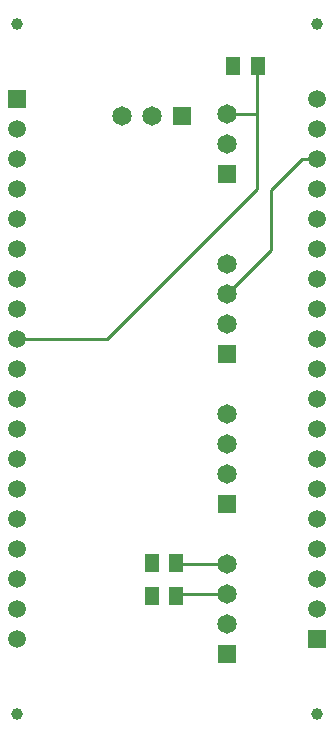
<source format=gbl>
G04*
G04 #@! TF.GenerationSoftware,Altium Limited,Altium Designer,20.0.10 (225)*
G04*
G04 Layer_Physical_Order=4*
G04 Layer_Color=16711680*
%FSLAX42Y42*%
%MOMM*%
G71*
G01*
G75*
%ADD10C,0.25*%
%ADD18C,1.52*%
%ADD19R,1.52X1.52*%
%ADD20C,1.00*%
%ADD21C,1.65*%
%ADD22R,1.65X1.65*%
%ADD23R,1.65X1.65*%
%ADD24R,1.25X1.50*%
D10*
X2286Y5334D02*
Y5740D01*
X2040Y5334D02*
X2286D01*
Y4699D02*
Y5334D01*
X2403Y4181D02*
Y4689D01*
X2032Y3810D02*
X2403Y4181D01*
X1605Y1524D02*
X2032D01*
X1604Y1245D02*
X1629Y1270D01*
X2032D01*
X2032Y1270D01*
X1016Y3429D02*
X2286Y4699D01*
X254Y3429D02*
X1016D01*
X2667Y4953D02*
X2794D01*
X2403Y4689D02*
X2667Y4953D01*
D18*
X2794Y5461D02*
D03*
Y5207D02*
D03*
Y4445D02*
D03*
Y4191D02*
D03*
Y3937D02*
D03*
Y3429D02*
D03*
Y2921D02*
D03*
Y2667D02*
D03*
Y2159D02*
D03*
Y1905D02*
D03*
Y1651D02*
D03*
Y1143D02*
D03*
Y1397D02*
D03*
Y2413D02*
D03*
Y3175D02*
D03*
Y3683D02*
D03*
Y4699D02*
D03*
Y4953D02*
D03*
X254Y889D02*
D03*
Y1143D02*
D03*
Y1905D02*
D03*
Y2159D02*
D03*
Y2413D02*
D03*
Y2921D02*
D03*
Y3429D02*
D03*
Y3683D02*
D03*
Y4191D02*
D03*
Y4445D02*
D03*
Y4699D02*
D03*
Y5207D02*
D03*
Y4953D02*
D03*
Y3937D02*
D03*
Y3175D02*
D03*
Y2667D02*
D03*
Y1651D02*
D03*
Y1397D02*
D03*
D19*
X2794Y889D02*
D03*
X254Y5461D02*
D03*
D20*
X2794Y6096D02*
D03*
X254D02*
D03*
X2794Y254D02*
D03*
X254D02*
D03*
D21*
X1143Y5311D02*
D03*
X1397D02*
D03*
X2032Y1524D02*
D03*
Y1270D02*
D03*
Y1016D02*
D03*
Y2794D02*
D03*
Y2540D02*
D03*
Y2286D02*
D03*
Y4064D02*
D03*
Y3810D02*
D03*
Y3556D02*
D03*
X2034Y5334D02*
D03*
Y5080D02*
D03*
D22*
X1651Y5311D02*
D03*
D23*
X2032Y762D02*
D03*
Y2032D02*
D03*
Y3302D02*
D03*
X2034Y4826D02*
D03*
D24*
X2083Y5740D02*
D03*
X2293D02*
D03*
X1394Y1245D02*
D03*
X1604D02*
D03*
X1394Y1525D02*
D03*
X1604D02*
D03*
M02*

</source>
